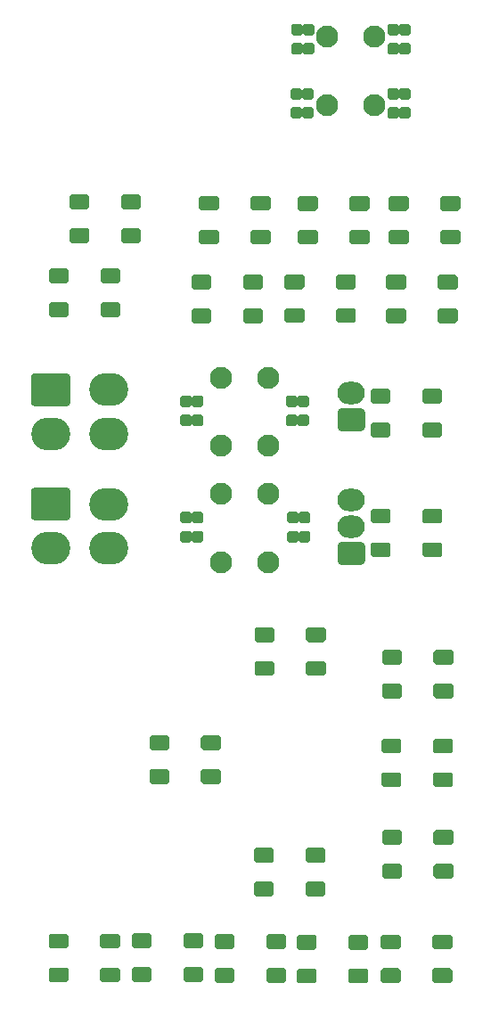
<source format=gbr>
G04 #@! TF.GenerationSoftware,KiCad,Pcbnew,(5.1.9)-1*
G04 #@! TF.CreationDate,2021-09-16T18:06:05-06:00*
G04 #@! TF.ProjectId,MasterModePushbuttonV2,4d617374-6572-44d6-9f64-655075736862,rev?*
G04 #@! TF.SameCoordinates,Original*
G04 #@! TF.FileFunction,Soldermask,Top*
G04 #@! TF.FilePolarity,Negative*
%FSLAX46Y46*%
G04 Gerber Fmt 4.6, Leading zero omitted, Abs format (unit mm)*
G04 Created by KiCad (PCBNEW (5.1.9)-1) date 2021-09-16 18:06:05*
%MOMM*%
%LPD*%
G01*
G04 APERTURE LIST*
%ADD10O,2.590000X2.140000*%
%ADD11C,2.100000*%
%ADD12O,3.700000X3.100000*%
G04 APERTURE END LIST*
G36*
G01*
X225786880Y-65569580D02*
X226486880Y-65569580D01*
G75*
G02*
X226686880Y-65769580I0J-200000D01*
G01*
X226686880Y-66469580D01*
G75*
G02*
X226486880Y-66669580I-200000J0D01*
G01*
X225786880Y-66669580D01*
G75*
G02*
X225586880Y-66469580I0J200000D01*
G01*
X225586880Y-65769580D01*
G75*
G02*
X225786880Y-65569580I200000J0D01*
G01*
G37*
G36*
G01*
X226886880Y-65569580D02*
X227586880Y-65569580D01*
G75*
G02*
X227786880Y-65769580I0J-200000D01*
G01*
X227786880Y-66469580D01*
G75*
G02*
X227586880Y-66669580I-200000J0D01*
G01*
X226886880Y-66669580D01*
G75*
G02*
X226686880Y-66469580I0J200000D01*
G01*
X226686880Y-65769580D01*
G75*
G02*
X226886880Y-65569580I200000J0D01*
G01*
G37*
G36*
G01*
X226886880Y-67399580D02*
X227586880Y-67399580D01*
G75*
G02*
X227786880Y-67599580I0J-200000D01*
G01*
X227786880Y-68299580D01*
G75*
G02*
X227586880Y-68499580I-200000J0D01*
G01*
X226886880Y-68499580D01*
G75*
G02*
X226686880Y-68299580I0J200000D01*
G01*
X226686880Y-67599580D01*
G75*
G02*
X226886880Y-67399580I200000J0D01*
G01*
G37*
G36*
G01*
X225786880Y-67399580D02*
X226486880Y-67399580D01*
G75*
G02*
X226686880Y-67599580I0J-200000D01*
G01*
X226686880Y-68299580D01*
G75*
G02*
X226486880Y-68499580I-200000J0D01*
G01*
X225786880Y-68499580D01*
G75*
G02*
X225586880Y-68299580I0J200000D01*
G01*
X225586880Y-67599580D01*
G75*
G02*
X225786880Y-67399580I200000J0D01*
G01*
G37*
G36*
G01*
X236794380Y-68499580D02*
X236094380Y-68499580D01*
G75*
G02*
X235894380Y-68299580I0J200000D01*
G01*
X235894380Y-67599580D01*
G75*
G02*
X236094380Y-67399580I200000J0D01*
G01*
X236794380Y-67399580D01*
G75*
G02*
X236994380Y-67599580I0J-200000D01*
G01*
X236994380Y-68299580D01*
G75*
G02*
X236794380Y-68499580I-200000J0D01*
G01*
G37*
G36*
G01*
X235694380Y-68499580D02*
X234994380Y-68499580D01*
G75*
G02*
X234794380Y-68299580I0J200000D01*
G01*
X234794380Y-67599580D01*
G75*
G02*
X234994380Y-67399580I200000J0D01*
G01*
X235694380Y-67399580D01*
G75*
G02*
X235894380Y-67599580I0J-200000D01*
G01*
X235894380Y-68299580D01*
G75*
G02*
X235694380Y-68499580I-200000J0D01*
G01*
G37*
G36*
G01*
X235694380Y-66669580D02*
X234994380Y-66669580D01*
G75*
G02*
X234794380Y-66469580I0J200000D01*
G01*
X234794380Y-65769580D01*
G75*
G02*
X234994380Y-65569580I200000J0D01*
G01*
X235694380Y-65569580D01*
G75*
G02*
X235894380Y-65769580I0J-200000D01*
G01*
X235894380Y-66469580D01*
G75*
G02*
X235694380Y-66669580I-200000J0D01*
G01*
G37*
G36*
G01*
X236794380Y-66669580D02*
X236094380Y-66669580D01*
G75*
G02*
X235894380Y-66469580I0J200000D01*
G01*
X235894380Y-65769580D01*
G75*
G02*
X236094380Y-65569580I200000J0D01*
G01*
X236794380Y-65569580D01*
G75*
G02*
X236994380Y-65769580I0J-200000D01*
G01*
X236994380Y-66469580D01*
G75*
G02*
X236794380Y-66669580I-200000J0D01*
G01*
G37*
G36*
G01*
X236794380Y-62403580D02*
X236094380Y-62403580D01*
G75*
G02*
X235894380Y-62203580I0J200000D01*
G01*
X235894380Y-61503580D01*
G75*
G02*
X236094380Y-61303580I200000J0D01*
G01*
X236794380Y-61303580D01*
G75*
G02*
X236994380Y-61503580I0J-200000D01*
G01*
X236994380Y-62203580D01*
G75*
G02*
X236794380Y-62403580I-200000J0D01*
G01*
G37*
G36*
G01*
X235694380Y-62403580D02*
X234994380Y-62403580D01*
G75*
G02*
X234794380Y-62203580I0J200000D01*
G01*
X234794380Y-61503580D01*
G75*
G02*
X234994380Y-61303580I200000J0D01*
G01*
X235694380Y-61303580D01*
G75*
G02*
X235894380Y-61503580I0J-200000D01*
G01*
X235894380Y-62203580D01*
G75*
G02*
X235694380Y-62403580I-200000J0D01*
G01*
G37*
G36*
G01*
X235694380Y-60573580D02*
X234994380Y-60573580D01*
G75*
G02*
X234794380Y-60373580I0J200000D01*
G01*
X234794380Y-59673580D01*
G75*
G02*
X234994380Y-59473580I200000J0D01*
G01*
X235694380Y-59473580D01*
G75*
G02*
X235894380Y-59673580I0J-200000D01*
G01*
X235894380Y-60373580D01*
G75*
G02*
X235694380Y-60573580I-200000J0D01*
G01*
G37*
G36*
G01*
X236794380Y-60573580D02*
X236094380Y-60573580D01*
G75*
G02*
X235894380Y-60373580I0J200000D01*
G01*
X235894380Y-59673580D01*
G75*
G02*
X236094380Y-59473580I200000J0D01*
G01*
X236794380Y-59473580D01*
G75*
G02*
X236994380Y-59673580I0J-200000D01*
G01*
X236994380Y-60373580D01*
G75*
G02*
X236794380Y-60573580I-200000J0D01*
G01*
G37*
G36*
G01*
X227650380Y-62403580D02*
X226950380Y-62403580D01*
G75*
G02*
X226750380Y-62203580I0J200000D01*
G01*
X226750380Y-61503580D01*
G75*
G02*
X226950380Y-61303580I200000J0D01*
G01*
X227650380Y-61303580D01*
G75*
G02*
X227850380Y-61503580I0J-200000D01*
G01*
X227850380Y-62203580D01*
G75*
G02*
X227650380Y-62403580I-200000J0D01*
G01*
G37*
G36*
G01*
X226550380Y-62403580D02*
X225850380Y-62403580D01*
G75*
G02*
X225650380Y-62203580I0J200000D01*
G01*
X225650380Y-61503580D01*
G75*
G02*
X225850380Y-61303580I200000J0D01*
G01*
X226550380Y-61303580D01*
G75*
G02*
X226750380Y-61503580I0J-200000D01*
G01*
X226750380Y-62203580D01*
G75*
G02*
X226550380Y-62403580I-200000J0D01*
G01*
G37*
G36*
G01*
X226550380Y-60573580D02*
X225850380Y-60573580D01*
G75*
G02*
X225650380Y-60373580I0J200000D01*
G01*
X225650380Y-59673580D01*
G75*
G02*
X225850380Y-59473580I200000J0D01*
G01*
X226550380Y-59473580D01*
G75*
G02*
X226750380Y-59673580I0J-200000D01*
G01*
X226750380Y-60373580D01*
G75*
G02*
X226550380Y-60573580I-200000J0D01*
G01*
G37*
G36*
G01*
X227650380Y-60573580D02*
X226950380Y-60573580D01*
G75*
G02*
X226750380Y-60373580I0J200000D01*
G01*
X226750380Y-59673580D01*
G75*
G02*
X226950380Y-59473580I200000J0D01*
G01*
X227650380Y-59473580D01*
G75*
G02*
X227850380Y-59673580I0J-200000D01*
G01*
X227850380Y-60373580D01*
G75*
G02*
X227650380Y-60573580I-200000J0D01*
G01*
G37*
G36*
G01*
X215309380Y-94779580D02*
X216009380Y-94779580D01*
G75*
G02*
X216209380Y-94979580I0J-200000D01*
G01*
X216209380Y-95679580D01*
G75*
G02*
X216009380Y-95879580I-200000J0D01*
G01*
X215309380Y-95879580D01*
G75*
G02*
X215109380Y-95679580I0J200000D01*
G01*
X215109380Y-94979580D01*
G75*
G02*
X215309380Y-94779580I200000J0D01*
G01*
G37*
G36*
G01*
X216409380Y-94779580D02*
X217109380Y-94779580D01*
G75*
G02*
X217309380Y-94979580I0J-200000D01*
G01*
X217309380Y-95679580D01*
G75*
G02*
X217109380Y-95879580I-200000J0D01*
G01*
X216409380Y-95879580D01*
G75*
G02*
X216209380Y-95679580I0J200000D01*
G01*
X216209380Y-94979580D01*
G75*
G02*
X216409380Y-94779580I200000J0D01*
G01*
G37*
G36*
G01*
X216409380Y-96609580D02*
X217109380Y-96609580D01*
G75*
G02*
X217309380Y-96809580I0J-200000D01*
G01*
X217309380Y-97509580D01*
G75*
G02*
X217109380Y-97709580I-200000J0D01*
G01*
X216409380Y-97709580D01*
G75*
G02*
X216209380Y-97509580I0J200000D01*
G01*
X216209380Y-96809580D01*
G75*
G02*
X216409380Y-96609580I200000J0D01*
G01*
G37*
G36*
G01*
X215309380Y-96609580D02*
X216009380Y-96609580D01*
G75*
G02*
X216209380Y-96809580I0J-200000D01*
G01*
X216209380Y-97509580D01*
G75*
G02*
X216009380Y-97709580I-200000J0D01*
G01*
X215309380Y-97709580D01*
G75*
G02*
X215109380Y-97509580I0J200000D01*
G01*
X215109380Y-96809580D01*
G75*
G02*
X215309380Y-96609580I200000J0D01*
G01*
G37*
G36*
G01*
X227142380Y-97709580D02*
X226442380Y-97709580D01*
G75*
G02*
X226242380Y-97509580I0J200000D01*
G01*
X226242380Y-96809580D01*
G75*
G02*
X226442380Y-96609580I200000J0D01*
G01*
X227142380Y-96609580D01*
G75*
G02*
X227342380Y-96809580I0J-200000D01*
G01*
X227342380Y-97509580D01*
G75*
G02*
X227142380Y-97709580I-200000J0D01*
G01*
G37*
G36*
G01*
X226042380Y-97709580D02*
X225342380Y-97709580D01*
G75*
G02*
X225142380Y-97509580I0J200000D01*
G01*
X225142380Y-96809580D01*
G75*
G02*
X225342380Y-96609580I200000J0D01*
G01*
X226042380Y-96609580D01*
G75*
G02*
X226242380Y-96809580I0J-200000D01*
G01*
X226242380Y-97509580D01*
G75*
G02*
X226042380Y-97709580I-200000J0D01*
G01*
G37*
G36*
G01*
X226042380Y-95879580D02*
X225342380Y-95879580D01*
G75*
G02*
X225142380Y-95679580I0J200000D01*
G01*
X225142380Y-94979580D01*
G75*
G02*
X225342380Y-94779580I200000J0D01*
G01*
X226042380Y-94779580D01*
G75*
G02*
X226242380Y-94979580I0J-200000D01*
G01*
X226242380Y-95679580D01*
G75*
G02*
X226042380Y-95879580I-200000J0D01*
G01*
G37*
G36*
G01*
X227142380Y-95879580D02*
X226442380Y-95879580D01*
G75*
G02*
X226242380Y-95679580I0J200000D01*
G01*
X226242380Y-94979580D01*
G75*
G02*
X226442380Y-94779580I200000J0D01*
G01*
X227142380Y-94779580D01*
G75*
G02*
X227342380Y-94979580I0J-200000D01*
G01*
X227342380Y-95679580D01*
G75*
G02*
X227142380Y-95879580I-200000J0D01*
G01*
G37*
G36*
G01*
X227269380Y-108758580D02*
X226569380Y-108758580D01*
G75*
G02*
X226369380Y-108558580I0J200000D01*
G01*
X226369380Y-107858580D01*
G75*
G02*
X226569380Y-107658580I200000J0D01*
G01*
X227269380Y-107658580D01*
G75*
G02*
X227469380Y-107858580I0J-200000D01*
G01*
X227469380Y-108558580D01*
G75*
G02*
X227269380Y-108758580I-200000J0D01*
G01*
G37*
G36*
G01*
X226169380Y-108758580D02*
X225469380Y-108758580D01*
G75*
G02*
X225269380Y-108558580I0J200000D01*
G01*
X225269380Y-107858580D01*
G75*
G02*
X225469380Y-107658580I200000J0D01*
G01*
X226169380Y-107658580D01*
G75*
G02*
X226369380Y-107858580I0J-200000D01*
G01*
X226369380Y-108558580D01*
G75*
G02*
X226169380Y-108758580I-200000J0D01*
G01*
G37*
G36*
G01*
X226169380Y-106928580D02*
X225469380Y-106928580D01*
G75*
G02*
X225269380Y-106728580I0J200000D01*
G01*
X225269380Y-106028580D01*
G75*
G02*
X225469380Y-105828580I200000J0D01*
G01*
X226169380Y-105828580D01*
G75*
G02*
X226369380Y-106028580I0J-200000D01*
G01*
X226369380Y-106728580D01*
G75*
G02*
X226169380Y-106928580I-200000J0D01*
G01*
G37*
G36*
G01*
X227269380Y-106928580D02*
X226569380Y-106928580D01*
G75*
G02*
X226369380Y-106728580I0J200000D01*
G01*
X226369380Y-106028580D01*
G75*
G02*
X226569380Y-105828580I200000J0D01*
G01*
X227269380Y-105828580D01*
G75*
G02*
X227469380Y-106028580I0J-200000D01*
G01*
X227469380Y-106728580D01*
G75*
G02*
X227269380Y-106928580I-200000J0D01*
G01*
G37*
G36*
G01*
X217109380Y-108758580D02*
X216409380Y-108758580D01*
G75*
G02*
X216209380Y-108558580I0J200000D01*
G01*
X216209380Y-107858580D01*
G75*
G02*
X216409380Y-107658580I200000J0D01*
G01*
X217109380Y-107658580D01*
G75*
G02*
X217309380Y-107858580I0J-200000D01*
G01*
X217309380Y-108558580D01*
G75*
G02*
X217109380Y-108758580I-200000J0D01*
G01*
G37*
G36*
G01*
X216009380Y-108758580D02*
X215309380Y-108758580D01*
G75*
G02*
X215109380Y-108558580I0J200000D01*
G01*
X215109380Y-107858580D01*
G75*
G02*
X215309380Y-107658580I200000J0D01*
G01*
X216009380Y-107658580D01*
G75*
G02*
X216209380Y-107858580I0J-200000D01*
G01*
X216209380Y-108558580D01*
G75*
G02*
X216009380Y-108758580I-200000J0D01*
G01*
G37*
G36*
G01*
X216009380Y-106928580D02*
X215309380Y-106928580D01*
G75*
G02*
X215109380Y-106728580I0J200000D01*
G01*
X215109380Y-106028580D01*
G75*
G02*
X215309380Y-105828580I200000J0D01*
G01*
X216009380Y-105828580D01*
G75*
G02*
X216209380Y-106028580I0J-200000D01*
G01*
X216209380Y-106728580D01*
G75*
G02*
X216009380Y-106928580I-200000J0D01*
G01*
G37*
G36*
G01*
X217109380Y-106928580D02*
X216409380Y-106928580D01*
G75*
G02*
X216209380Y-106728580I0J200000D01*
G01*
X216209380Y-106028580D01*
G75*
G02*
X216409380Y-105828580I200000J0D01*
G01*
X217109380Y-105828580D01*
G75*
G02*
X217309380Y-106028580I0J-200000D01*
G01*
X217309380Y-106728580D01*
G75*
G02*
X217109380Y-106928580I-200000J0D01*
G01*
G37*
D10*
X231360480Y-104715480D03*
X231360480Y-107255480D03*
G36*
G01*
X232348010Y-110865480D02*
X230372950Y-110865480D01*
G75*
G02*
X230065480Y-110558010I0J307470D01*
G01*
X230065480Y-109032950D01*
G75*
G02*
X230372950Y-108725480I307470J0D01*
G01*
X232348010Y-108725480D01*
G75*
G02*
X232655480Y-109032950I0J-307470D01*
G01*
X232655480Y-110558010D01*
G75*
G02*
X232348010Y-110865480I-307470J0D01*
G01*
G37*
D11*
X223448380Y-104118580D03*
X223448380Y-110618580D03*
X218948380Y-104118580D03*
X218948380Y-110618580D03*
X223448380Y-93069580D03*
X223448380Y-99569580D03*
X218948380Y-93069580D03*
X218948380Y-99569580D03*
X229036380Y-67161580D03*
X229036380Y-60661580D03*
X233536380Y-67161580D03*
X233536380Y-60661580D03*
D10*
X231360480Y-94555480D03*
G36*
G01*
X232348010Y-98165480D02*
X230372950Y-98165480D01*
G75*
G02*
X230065480Y-97858010I0J307470D01*
G01*
X230065480Y-96332950D01*
G75*
G02*
X230372950Y-96025480I307470J0D01*
G01*
X232348010Y-96025480D01*
G75*
G02*
X232655480Y-96332950I0J-307470D01*
G01*
X232655480Y-97858010D01*
G75*
G02*
X232348010Y-98165480I-307470J0D01*
G01*
G37*
D12*
X208296000Y-98447500D03*
X208296000Y-94247500D03*
X202796000Y-98447500D03*
G36*
G01*
X201234300Y-92697500D02*
X204357700Y-92697500D01*
G75*
G02*
X204646000Y-92985800I0J-288300D01*
G01*
X204646000Y-95509200D01*
G75*
G02*
X204357700Y-95797500I-288300J0D01*
G01*
X201234300Y-95797500D01*
G75*
G02*
X200946000Y-95509200I0J288300D01*
G01*
X200946000Y-92985800D01*
G75*
G02*
X201234300Y-92697500I288300J0D01*
G01*
G37*
X208296000Y-109297000D03*
X208296000Y-105097000D03*
X202796000Y-109297000D03*
G36*
G01*
X201234300Y-103547000D02*
X204357700Y-103547000D01*
G75*
G02*
X204646000Y-103835300I0J-288300D01*
G01*
X204646000Y-106358700D01*
G75*
G02*
X204357700Y-106647000I-288300J0D01*
G01*
X201234300Y-106647000D01*
G75*
G02*
X200946000Y-106358700I0J288300D01*
G01*
X200946000Y-103835300D01*
G75*
G02*
X201234300Y-103547000I288300J0D01*
G01*
G37*
G36*
G01*
X234158000Y-147202000D02*
X234158000Y-146202000D01*
G75*
G02*
X234358000Y-146002000I200000J0D01*
G01*
X235858000Y-146002000D01*
G75*
G02*
X236058000Y-146202000I0J-200000D01*
G01*
X236058000Y-147202000D01*
G75*
G02*
X235858000Y-147402000I-200000J0D01*
G01*
X234358000Y-147402000D01*
G75*
G02*
X234158000Y-147202000I0J200000D01*
G01*
G37*
G36*
G01*
X234158000Y-150402000D02*
X234158000Y-149402000D01*
G75*
G02*
X234358000Y-149202000I200000J0D01*
G01*
X235858000Y-149202000D01*
G75*
G02*
X236058000Y-149402000I0J-200000D01*
G01*
X236058000Y-150402000D01*
G75*
G02*
X235858000Y-150602000I-200000J0D01*
G01*
X234358000Y-150602000D01*
G75*
G02*
X234158000Y-150402000I0J200000D01*
G01*
G37*
G36*
G01*
X239058000Y-147202000D02*
X239058000Y-146202000D01*
G75*
G02*
X239258000Y-146002000I200000J0D01*
G01*
X240758000Y-146002000D01*
G75*
G02*
X240958000Y-146202000I0J-200000D01*
G01*
X240958000Y-147202000D01*
G75*
G02*
X240758000Y-147402000I-200000J0D01*
G01*
X239258000Y-147402000D01*
G75*
G02*
X239058000Y-147202000I0J200000D01*
G01*
G37*
G36*
G01*
X239058000Y-150402000D02*
X239058000Y-149402000D01*
G75*
G02*
X239258000Y-149202000I200000J0D01*
G01*
X240758000Y-149202000D01*
G75*
G02*
X240958000Y-149402000I0J-200000D01*
G01*
X240958000Y-150402000D01*
G75*
G02*
X240758000Y-150602000I-200000J0D01*
G01*
X239258000Y-150602000D01*
G75*
G02*
X239058000Y-150402000I0J200000D01*
G01*
G37*
G36*
G01*
X226171000Y-147227000D02*
X226171000Y-146227000D01*
G75*
G02*
X226371000Y-146027000I200000J0D01*
G01*
X227871000Y-146027000D01*
G75*
G02*
X228071000Y-146227000I0J-200000D01*
G01*
X228071000Y-147227000D01*
G75*
G02*
X227871000Y-147427000I-200000J0D01*
G01*
X226371000Y-147427000D01*
G75*
G02*
X226171000Y-147227000I0J200000D01*
G01*
G37*
G36*
G01*
X226171000Y-150427000D02*
X226171000Y-149427000D01*
G75*
G02*
X226371000Y-149227000I200000J0D01*
G01*
X227871000Y-149227000D01*
G75*
G02*
X228071000Y-149427000I0J-200000D01*
G01*
X228071000Y-150427000D01*
G75*
G02*
X227871000Y-150627000I-200000J0D01*
G01*
X226371000Y-150627000D01*
G75*
G02*
X226171000Y-150427000I0J200000D01*
G01*
G37*
G36*
G01*
X231071000Y-147227000D02*
X231071000Y-146227000D01*
G75*
G02*
X231271000Y-146027000I200000J0D01*
G01*
X232771000Y-146027000D01*
G75*
G02*
X232971000Y-146227000I0J-200000D01*
G01*
X232971000Y-147227000D01*
G75*
G02*
X232771000Y-147427000I-200000J0D01*
G01*
X231271000Y-147427000D01*
G75*
G02*
X231071000Y-147227000I0J200000D01*
G01*
G37*
G36*
G01*
X231071000Y-150427000D02*
X231071000Y-149427000D01*
G75*
G02*
X231271000Y-149227000I200000J0D01*
G01*
X232771000Y-149227000D01*
G75*
G02*
X232971000Y-149427000I0J-200000D01*
G01*
X232971000Y-150427000D01*
G75*
G02*
X232771000Y-150627000I-200000J0D01*
G01*
X231271000Y-150627000D01*
G75*
G02*
X231071000Y-150427000I0J200000D01*
G01*
G37*
G36*
G01*
X218371000Y-147176000D02*
X218371000Y-146176000D01*
G75*
G02*
X218571000Y-145976000I200000J0D01*
G01*
X220071000Y-145976000D01*
G75*
G02*
X220271000Y-146176000I0J-200000D01*
G01*
X220271000Y-147176000D01*
G75*
G02*
X220071000Y-147376000I-200000J0D01*
G01*
X218571000Y-147376000D01*
G75*
G02*
X218371000Y-147176000I0J200000D01*
G01*
G37*
G36*
G01*
X218371000Y-150376000D02*
X218371000Y-149376000D01*
G75*
G02*
X218571000Y-149176000I200000J0D01*
G01*
X220071000Y-149176000D01*
G75*
G02*
X220271000Y-149376000I0J-200000D01*
G01*
X220271000Y-150376000D01*
G75*
G02*
X220071000Y-150576000I-200000J0D01*
G01*
X218571000Y-150576000D01*
G75*
G02*
X218371000Y-150376000I0J200000D01*
G01*
G37*
G36*
G01*
X223271000Y-147176000D02*
X223271000Y-146176000D01*
G75*
G02*
X223471000Y-145976000I200000J0D01*
G01*
X224971000Y-145976000D01*
G75*
G02*
X225171000Y-146176000I0J-200000D01*
G01*
X225171000Y-147176000D01*
G75*
G02*
X224971000Y-147376000I-200000J0D01*
G01*
X223471000Y-147376000D01*
G75*
G02*
X223271000Y-147176000I0J200000D01*
G01*
G37*
G36*
G01*
X223271000Y-150376000D02*
X223271000Y-149376000D01*
G75*
G02*
X223471000Y-149176000I200000J0D01*
G01*
X224971000Y-149176000D01*
G75*
G02*
X225171000Y-149376000I0J-200000D01*
G01*
X225171000Y-150376000D01*
G75*
G02*
X224971000Y-150576000I-200000J0D01*
G01*
X223471000Y-150576000D01*
G75*
G02*
X223271000Y-150376000I0J200000D01*
G01*
G37*
G36*
G01*
X210497000Y-147075000D02*
X210497000Y-146075000D01*
G75*
G02*
X210697000Y-145875000I200000J0D01*
G01*
X212197000Y-145875000D01*
G75*
G02*
X212397000Y-146075000I0J-200000D01*
G01*
X212397000Y-147075000D01*
G75*
G02*
X212197000Y-147275000I-200000J0D01*
G01*
X210697000Y-147275000D01*
G75*
G02*
X210497000Y-147075000I0J200000D01*
G01*
G37*
G36*
G01*
X210497000Y-150275000D02*
X210497000Y-149275000D01*
G75*
G02*
X210697000Y-149075000I200000J0D01*
G01*
X212197000Y-149075000D01*
G75*
G02*
X212397000Y-149275000I0J-200000D01*
G01*
X212397000Y-150275000D01*
G75*
G02*
X212197000Y-150475000I-200000J0D01*
G01*
X210697000Y-150475000D01*
G75*
G02*
X210497000Y-150275000I0J200000D01*
G01*
G37*
G36*
G01*
X215397000Y-147075000D02*
X215397000Y-146075000D01*
G75*
G02*
X215597000Y-145875000I200000J0D01*
G01*
X217097000Y-145875000D01*
G75*
G02*
X217297000Y-146075000I0J-200000D01*
G01*
X217297000Y-147075000D01*
G75*
G02*
X217097000Y-147275000I-200000J0D01*
G01*
X215597000Y-147275000D01*
G75*
G02*
X215397000Y-147075000I0J200000D01*
G01*
G37*
G36*
G01*
X215397000Y-150275000D02*
X215397000Y-149275000D01*
G75*
G02*
X215597000Y-149075000I200000J0D01*
G01*
X217097000Y-149075000D01*
G75*
G02*
X217297000Y-149275000I0J-200000D01*
G01*
X217297000Y-150275000D01*
G75*
G02*
X217097000Y-150475000I-200000J0D01*
G01*
X215597000Y-150475000D01*
G75*
G02*
X215397000Y-150275000I0J200000D01*
G01*
G37*
G36*
G01*
X202600000Y-147125000D02*
X202600000Y-146125000D01*
G75*
G02*
X202800000Y-145925000I200000J0D01*
G01*
X204300000Y-145925000D01*
G75*
G02*
X204500000Y-146125000I0J-200000D01*
G01*
X204500000Y-147125000D01*
G75*
G02*
X204300000Y-147325000I-200000J0D01*
G01*
X202800000Y-147325000D01*
G75*
G02*
X202600000Y-147125000I0J200000D01*
G01*
G37*
G36*
G01*
X202600000Y-150325000D02*
X202600000Y-149325000D01*
G75*
G02*
X202800000Y-149125000I200000J0D01*
G01*
X204300000Y-149125000D01*
G75*
G02*
X204500000Y-149325000I0J-200000D01*
G01*
X204500000Y-150325000D01*
G75*
G02*
X204300000Y-150525000I-200000J0D01*
G01*
X202800000Y-150525000D01*
G75*
G02*
X202600000Y-150325000I0J200000D01*
G01*
G37*
G36*
G01*
X207500000Y-147125000D02*
X207500000Y-146125000D01*
G75*
G02*
X207700000Y-145925000I200000J0D01*
G01*
X209200000Y-145925000D01*
G75*
G02*
X209400000Y-146125000I0J-200000D01*
G01*
X209400000Y-147125000D01*
G75*
G02*
X209200000Y-147325000I-200000J0D01*
G01*
X207700000Y-147325000D01*
G75*
G02*
X207500000Y-147125000I0J200000D01*
G01*
G37*
G36*
G01*
X207500000Y-150325000D02*
X207500000Y-149325000D01*
G75*
G02*
X207700000Y-149125000I200000J0D01*
G01*
X209200000Y-149125000D01*
G75*
G02*
X209400000Y-149325000I0J-200000D01*
G01*
X209400000Y-150325000D01*
G75*
G02*
X209200000Y-150525000I-200000J0D01*
G01*
X207700000Y-150525000D01*
G75*
G02*
X207500000Y-150325000I0J200000D01*
G01*
G37*
G36*
G01*
X222118000Y-138972000D02*
X222118000Y-137972000D01*
G75*
G02*
X222318000Y-137772000I200000J0D01*
G01*
X223818000Y-137772000D01*
G75*
G02*
X224018000Y-137972000I0J-200000D01*
G01*
X224018000Y-138972000D01*
G75*
G02*
X223818000Y-139172000I-200000J0D01*
G01*
X222318000Y-139172000D01*
G75*
G02*
X222118000Y-138972000I0J200000D01*
G01*
G37*
G36*
G01*
X222118000Y-142172000D02*
X222118000Y-141172000D01*
G75*
G02*
X222318000Y-140972000I200000J0D01*
G01*
X223818000Y-140972000D01*
G75*
G02*
X224018000Y-141172000I0J-200000D01*
G01*
X224018000Y-142172000D01*
G75*
G02*
X223818000Y-142372000I-200000J0D01*
G01*
X222318000Y-142372000D01*
G75*
G02*
X222118000Y-142172000I0J200000D01*
G01*
G37*
G36*
G01*
X227018000Y-138972000D02*
X227018000Y-137972000D01*
G75*
G02*
X227218000Y-137772000I200000J0D01*
G01*
X228718000Y-137772000D01*
G75*
G02*
X228918000Y-137972000I0J-200000D01*
G01*
X228918000Y-138972000D01*
G75*
G02*
X228718000Y-139172000I-200000J0D01*
G01*
X227218000Y-139172000D01*
G75*
G02*
X227018000Y-138972000I0J200000D01*
G01*
G37*
G36*
G01*
X227018000Y-142172000D02*
X227018000Y-141172000D01*
G75*
G02*
X227218000Y-140972000I200000J0D01*
G01*
X228718000Y-140972000D01*
G75*
G02*
X228918000Y-141172000I0J-200000D01*
G01*
X228918000Y-142172000D01*
G75*
G02*
X228718000Y-142372000I-200000J0D01*
G01*
X227218000Y-142372000D01*
G75*
G02*
X227018000Y-142172000I0J200000D01*
G01*
G37*
G36*
G01*
X234271000Y-137270000D02*
X234271000Y-136270000D01*
G75*
G02*
X234471000Y-136070000I200000J0D01*
G01*
X235971000Y-136070000D01*
G75*
G02*
X236171000Y-136270000I0J-200000D01*
G01*
X236171000Y-137270000D01*
G75*
G02*
X235971000Y-137470000I-200000J0D01*
G01*
X234471000Y-137470000D01*
G75*
G02*
X234271000Y-137270000I0J200000D01*
G01*
G37*
G36*
G01*
X234271000Y-140470000D02*
X234271000Y-139470000D01*
G75*
G02*
X234471000Y-139270000I200000J0D01*
G01*
X235971000Y-139270000D01*
G75*
G02*
X236171000Y-139470000I0J-200000D01*
G01*
X236171000Y-140470000D01*
G75*
G02*
X235971000Y-140670000I-200000J0D01*
G01*
X234471000Y-140670000D01*
G75*
G02*
X234271000Y-140470000I0J200000D01*
G01*
G37*
G36*
G01*
X239171000Y-137270000D02*
X239171000Y-136270000D01*
G75*
G02*
X239371000Y-136070000I200000J0D01*
G01*
X240871000Y-136070000D01*
G75*
G02*
X241071000Y-136270000I0J-200000D01*
G01*
X241071000Y-137270000D01*
G75*
G02*
X240871000Y-137470000I-200000J0D01*
G01*
X239371000Y-137470000D01*
G75*
G02*
X239171000Y-137270000I0J200000D01*
G01*
G37*
G36*
G01*
X239171000Y-140470000D02*
X239171000Y-139470000D01*
G75*
G02*
X239371000Y-139270000I200000J0D01*
G01*
X240871000Y-139270000D01*
G75*
G02*
X241071000Y-139470000I0J-200000D01*
G01*
X241071000Y-140470000D01*
G75*
G02*
X240871000Y-140670000I-200000J0D01*
G01*
X239371000Y-140670000D01*
G75*
G02*
X239171000Y-140470000I0J200000D01*
G01*
G37*
G36*
G01*
X234220000Y-128583000D02*
X234220000Y-127583000D01*
G75*
G02*
X234420000Y-127383000I200000J0D01*
G01*
X235920000Y-127383000D01*
G75*
G02*
X236120000Y-127583000I0J-200000D01*
G01*
X236120000Y-128583000D01*
G75*
G02*
X235920000Y-128783000I-200000J0D01*
G01*
X234420000Y-128783000D01*
G75*
G02*
X234220000Y-128583000I0J200000D01*
G01*
G37*
G36*
G01*
X234220000Y-131783000D02*
X234220000Y-130783000D01*
G75*
G02*
X234420000Y-130583000I200000J0D01*
G01*
X235920000Y-130583000D01*
G75*
G02*
X236120000Y-130783000I0J-200000D01*
G01*
X236120000Y-131783000D01*
G75*
G02*
X235920000Y-131983000I-200000J0D01*
G01*
X234420000Y-131983000D01*
G75*
G02*
X234220000Y-131783000I0J200000D01*
G01*
G37*
G36*
G01*
X239120000Y-128583000D02*
X239120000Y-127583000D01*
G75*
G02*
X239320000Y-127383000I200000J0D01*
G01*
X240820000Y-127383000D01*
G75*
G02*
X241020000Y-127583000I0J-200000D01*
G01*
X241020000Y-128583000D01*
G75*
G02*
X240820000Y-128783000I-200000J0D01*
G01*
X239320000Y-128783000D01*
G75*
G02*
X239120000Y-128583000I0J200000D01*
G01*
G37*
G36*
G01*
X239120000Y-131783000D02*
X239120000Y-130783000D01*
G75*
G02*
X239320000Y-130583000I200000J0D01*
G01*
X240820000Y-130583000D01*
G75*
G02*
X241020000Y-130783000I0J-200000D01*
G01*
X241020000Y-131783000D01*
G75*
G02*
X240820000Y-131983000I-200000J0D01*
G01*
X239320000Y-131983000D01*
G75*
G02*
X239120000Y-131783000I0J200000D01*
G01*
G37*
G36*
G01*
X212173000Y-128279000D02*
X212173000Y-127279000D01*
G75*
G02*
X212373000Y-127079000I200000J0D01*
G01*
X213873000Y-127079000D01*
G75*
G02*
X214073000Y-127279000I0J-200000D01*
G01*
X214073000Y-128279000D01*
G75*
G02*
X213873000Y-128479000I-200000J0D01*
G01*
X212373000Y-128479000D01*
G75*
G02*
X212173000Y-128279000I0J200000D01*
G01*
G37*
G36*
G01*
X212173000Y-131479000D02*
X212173000Y-130479000D01*
G75*
G02*
X212373000Y-130279000I200000J0D01*
G01*
X213873000Y-130279000D01*
G75*
G02*
X214073000Y-130479000I0J-200000D01*
G01*
X214073000Y-131479000D01*
G75*
G02*
X213873000Y-131679000I-200000J0D01*
G01*
X212373000Y-131679000D01*
G75*
G02*
X212173000Y-131479000I0J200000D01*
G01*
G37*
G36*
G01*
X217073000Y-128279000D02*
X217073000Y-127279000D01*
G75*
G02*
X217273000Y-127079000I200000J0D01*
G01*
X218773000Y-127079000D01*
G75*
G02*
X218973000Y-127279000I0J-200000D01*
G01*
X218973000Y-128279000D01*
G75*
G02*
X218773000Y-128479000I-200000J0D01*
G01*
X217273000Y-128479000D01*
G75*
G02*
X217073000Y-128279000I0J200000D01*
G01*
G37*
G36*
G01*
X217073000Y-131479000D02*
X217073000Y-130479000D01*
G75*
G02*
X217273000Y-130279000I200000J0D01*
G01*
X218773000Y-130279000D01*
G75*
G02*
X218973000Y-130479000I0J-200000D01*
G01*
X218973000Y-131479000D01*
G75*
G02*
X218773000Y-131679000I-200000J0D01*
G01*
X217273000Y-131679000D01*
G75*
G02*
X217073000Y-131479000I0J200000D01*
G01*
G37*
G36*
G01*
X234271000Y-120151000D02*
X234271000Y-119151000D01*
G75*
G02*
X234471000Y-118951000I200000J0D01*
G01*
X235971000Y-118951000D01*
G75*
G02*
X236171000Y-119151000I0J-200000D01*
G01*
X236171000Y-120151000D01*
G75*
G02*
X235971000Y-120351000I-200000J0D01*
G01*
X234471000Y-120351000D01*
G75*
G02*
X234271000Y-120151000I0J200000D01*
G01*
G37*
G36*
G01*
X234271000Y-123351000D02*
X234271000Y-122351000D01*
G75*
G02*
X234471000Y-122151000I200000J0D01*
G01*
X235971000Y-122151000D01*
G75*
G02*
X236171000Y-122351000I0J-200000D01*
G01*
X236171000Y-123351000D01*
G75*
G02*
X235971000Y-123551000I-200000J0D01*
G01*
X234471000Y-123551000D01*
G75*
G02*
X234271000Y-123351000I0J200000D01*
G01*
G37*
G36*
G01*
X239171000Y-120151000D02*
X239171000Y-119151000D01*
G75*
G02*
X239371000Y-118951000I200000J0D01*
G01*
X240871000Y-118951000D01*
G75*
G02*
X241071000Y-119151000I0J-200000D01*
G01*
X241071000Y-120151000D01*
G75*
G02*
X240871000Y-120351000I-200000J0D01*
G01*
X239371000Y-120351000D01*
G75*
G02*
X239171000Y-120151000I0J200000D01*
G01*
G37*
G36*
G01*
X239171000Y-123351000D02*
X239171000Y-122351000D01*
G75*
G02*
X239371000Y-122151000I200000J0D01*
G01*
X240871000Y-122151000D01*
G75*
G02*
X241071000Y-122351000I0J-200000D01*
G01*
X241071000Y-123351000D01*
G75*
G02*
X240871000Y-123551000I-200000J0D01*
G01*
X239371000Y-123551000D01*
G75*
G02*
X239171000Y-123351000I0J200000D01*
G01*
G37*
G36*
G01*
X222158000Y-118017000D02*
X222158000Y-117017000D01*
G75*
G02*
X222358000Y-116817000I200000J0D01*
G01*
X223858000Y-116817000D01*
G75*
G02*
X224058000Y-117017000I0J-200000D01*
G01*
X224058000Y-118017000D01*
G75*
G02*
X223858000Y-118217000I-200000J0D01*
G01*
X222358000Y-118217000D01*
G75*
G02*
X222158000Y-118017000I0J200000D01*
G01*
G37*
G36*
G01*
X222158000Y-121217000D02*
X222158000Y-120217000D01*
G75*
G02*
X222358000Y-120017000I200000J0D01*
G01*
X223858000Y-120017000D01*
G75*
G02*
X224058000Y-120217000I0J-200000D01*
G01*
X224058000Y-121217000D01*
G75*
G02*
X223858000Y-121417000I-200000J0D01*
G01*
X222358000Y-121417000D01*
G75*
G02*
X222158000Y-121217000I0J200000D01*
G01*
G37*
G36*
G01*
X227058000Y-118017000D02*
X227058000Y-117017000D01*
G75*
G02*
X227258000Y-116817000I200000J0D01*
G01*
X228758000Y-116817000D01*
G75*
G02*
X228958000Y-117017000I0J-200000D01*
G01*
X228958000Y-118017000D01*
G75*
G02*
X228758000Y-118217000I-200000J0D01*
G01*
X227258000Y-118217000D01*
G75*
G02*
X227058000Y-118017000I0J200000D01*
G01*
G37*
G36*
G01*
X227058000Y-121217000D02*
X227058000Y-120217000D01*
G75*
G02*
X227258000Y-120017000I200000J0D01*
G01*
X228758000Y-120017000D01*
G75*
G02*
X228958000Y-120217000I0J-200000D01*
G01*
X228958000Y-121217000D01*
G75*
G02*
X228758000Y-121417000I-200000J0D01*
G01*
X227258000Y-121417000D01*
G75*
G02*
X227058000Y-121217000I0J200000D01*
G01*
G37*
G36*
G01*
X233204000Y-106739000D02*
X233204000Y-105739000D01*
G75*
G02*
X233404000Y-105539000I200000J0D01*
G01*
X234904000Y-105539000D01*
G75*
G02*
X235104000Y-105739000I0J-200000D01*
G01*
X235104000Y-106739000D01*
G75*
G02*
X234904000Y-106939000I-200000J0D01*
G01*
X233404000Y-106939000D01*
G75*
G02*
X233204000Y-106739000I0J200000D01*
G01*
G37*
G36*
G01*
X233204000Y-109939000D02*
X233204000Y-108939000D01*
G75*
G02*
X233404000Y-108739000I200000J0D01*
G01*
X234904000Y-108739000D01*
G75*
G02*
X235104000Y-108939000I0J-200000D01*
G01*
X235104000Y-109939000D01*
G75*
G02*
X234904000Y-110139000I-200000J0D01*
G01*
X233404000Y-110139000D01*
G75*
G02*
X233204000Y-109939000I0J200000D01*
G01*
G37*
G36*
G01*
X238104000Y-106739000D02*
X238104000Y-105739000D01*
G75*
G02*
X238304000Y-105539000I200000J0D01*
G01*
X239804000Y-105539000D01*
G75*
G02*
X240004000Y-105739000I0J-200000D01*
G01*
X240004000Y-106739000D01*
G75*
G02*
X239804000Y-106939000I-200000J0D01*
G01*
X238304000Y-106939000D01*
G75*
G02*
X238104000Y-106739000I0J200000D01*
G01*
G37*
G36*
G01*
X238104000Y-109939000D02*
X238104000Y-108939000D01*
G75*
G02*
X238304000Y-108739000I200000J0D01*
G01*
X239804000Y-108739000D01*
G75*
G02*
X240004000Y-108939000I0J-200000D01*
G01*
X240004000Y-109939000D01*
G75*
G02*
X239804000Y-110139000I-200000J0D01*
G01*
X238304000Y-110139000D01*
G75*
G02*
X238104000Y-109939000I0J200000D01*
G01*
G37*
G36*
G01*
X233204000Y-95360300D02*
X233204000Y-94360300D01*
G75*
G02*
X233404000Y-94160300I200000J0D01*
G01*
X234904000Y-94160300D01*
G75*
G02*
X235104000Y-94360300I0J-200000D01*
G01*
X235104000Y-95360300D01*
G75*
G02*
X234904000Y-95560300I-200000J0D01*
G01*
X233404000Y-95560300D01*
G75*
G02*
X233204000Y-95360300I0J200000D01*
G01*
G37*
G36*
G01*
X233204000Y-98560300D02*
X233204000Y-97560300D01*
G75*
G02*
X233404000Y-97360300I200000J0D01*
G01*
X234904000Y-97360300D01*
G75*
G02*
X235104000Y-97560300I0J-200000D01*
G01*
X235104000Y-98560300D01*
G75*
G02*
X234904000Y-98760300I-200000J0D01*
G01*
X233404000Y-98760300D01*
G75*
G02*
X233204000Y-98560300I0J200000D01*
G01*
G37*
G36*
G01*
X238104000Y-95360300D02*
X238104000Y-94360300D01*
G75*
G02*
X238304000Y-94160300I200000J0D01*
G01*
X239804000Y-94160300D01*
G75*
G02*
X240004000Y-94360300I0J-200000D01*
G01*
X240004000Y-95360300D01*
G75*
G02*
X239804000Y-95560300I-200000J0D01*
G01*
X238304000Y-95560300D01*
G75*
G02*
X238104000Y-95360300I0J200000D01*
G01*
G37*
G36*
G01*
X238104000Y-98560300D02*
X238104000Y-97560300D01*
G75*
G02*
X238304000Y-97360300I200000J0D01*
G01*
X239804000Y-97360300D01*
G75*
G02*
X240004000Y-97560300I0J-200000D01*
G01*
X240004000Y-98560300D01*
G75*
G02*
X239804000Y-98760300I-200000J0D01*
G01*
X238304000Y-98760300D01*
G75*
G02*
X238104000Y-98560300I0J200000D01*
G01*
G37*
G36*
G01*
X234666000Y-84514700D02*
X234666000Y-83514700D01*
G75*
G02*
X234866000Y-83314700I200000J0D01*
G01*
X236366000Y-83314700D01*
G75*
G02*
X236566000Y-83514700I0J-200000D01*
G01*
X236566000Y-84514700D01*
G75*
G02*
X236366000Y-84714700I-200000J0D01*
G01*
X234866000Y-84714700D01*
G75*
G02*
X234666000Y-84514700I0J200000D01*
G01*
G37*
G36*
G01*
X234666000Y-87714700D02*
X234666000Y-86714700D01*
G75*
G02*
X234866000Y-86514700I200000J0D01*
G01*
X236366000Y-86514700D01*
G75*
G02*
X236566000Y-86714700I0J-200000D01*
G01*
X236566000Y-87714700D01*
G75*
G02*
X236366000Y-87914700I-200000J0D01*
G01*
X234866000Y-87914700D01*
G75*
G02*
X234666000Y-87714700I0J200000D01*
G01*
G37*
G36*
G01*
X239566000Y-84514700D02*
X239566000Y-83514700D01*
G75*
G02*
X239766000Y-83314700I200000J0D01*
G01*
X241266000Y-83314700D01*
G75*
G02*
X241466000Y-83514700I0J-200000D01*
G01*
X241466000Y-84514700D01*
G75*
G02*
X241266000Y-84714700I-200000J0D01*
G01*
X239766000Y-84714700D01*
G75*
G02*
X239566000Y-84514700I0J200000D01*
G01*
G37*
G36*
G01*
X239566000Y-87714700D02*
X239566000Y-86714700D01*
G75*
G02*
X239766000Y-86514700I200000J0D01*
G01*
X241266000Y-86514700D01*
G75*
G02*
X241466000Y-86714700I0J-200000D01*
G01*
X241466000Y-87714700D01*
G75*
G02*
X241266000Y-87914700I-200000J0D01*
G01*
X239766000Y-87914700D01*
G75*
G02*
X239566000Y-87714700I0J200000D01*
G01*
G37*
G36*
G01*
X225002000Y-84489100D02*
X225002000Y-83489100D01*
G75*
G02*
X225202000Y-83289100I200000J0D01*
G01*
X226702000Y-83289100D01*
G75*
G02*
X226902000Y-83489100I0J-200000D01*
G01*
X226902000Y-84489100D01*
G75*
G02*
X226702000Y-84689100I-200000J0D01*
G01*
X225202000Y-84689100D01*
G75*
G02*
X225002000Y-84489100I0J200000D01*
G01*
G37*
G36*
G01*
X225002000Y-87689100D02*
X225002000Y-86689100D01*
G75*
G02*
X225202000Y-86489100I200000J0D01*
G01*
X226702000Y-86489100D01*
G75*
G02*
X226902000Y-86689100I0J-200000D01*
G01*
X226902000Y-87689100D01*
G75*
G02*
X226702000Y-87889100I-200000J0D01*
G01*
X225202000Y-87889100D01*
G75*
G02*
X225002000Y-87689100I0J200000D01*
G01*
G37*
G36*
G01*
X229902000Y-84489100D02*
X229902000Y-83489100D01*
G75*
G02*
X230102000Y-83289100I200000J0D01*
G01*
X231602000Y-83289100D01*
G75*
G02*
X231802000Y-83489100I0J-200000D01*
G01*
X231802000Y-84489100D01*
G75*
G02*
X231602000Y-84689100I-200000J0D01*
G01*
X230102000Y-84689100D01*
G75*
G02*
X229902000Y-84489100I0J200000D01*
G01*
G37*
G36*
G01*
X229902000Y-87689100D02*
X229902000Y-86689100D01*
G75*
G02*
X230102000Y-86489100I200000J0D01*
G01*
X231602000Y-86489100D01*
G75*
G02*
X231802000Y-86689100I0J-200000D01*
G01*
X231802000Y-87689100D01*
G75*
G02*
X231602000Y-87889100I-200000J0D01*
G01*
X230102000Y-87889100D01*
G75*
G02*
X229902000Y-87689100I0J200000D01*
G01*
G37*
G36*
G01*
X216163000Y-84514700D02*
X216163000Y-83514700D01*
G75*
G02*
X216363000Y-83314700I200000J0D01*
G01*
X217863000Y-83314700D01*
G75*
G02*
X218063000Y-83514700I0J-200000D01*
G01*
X218063000Y-84514700D01*
G75*
G02*
X217863000Y-84714700I-200000J0D01*
G01*
X216363000Y-84714700D01*
G75*
G02*
X216163000Y-84514700I0J200000D01*
G01*
G37*
G36*
G01*
X216163000Y-87714700D02*
X216163000Y-86714700D01*
G75*
G02*
X216363000Y-86514700I200000J0D01*
G01*
X217863000Y-86514700D01*
G75*
G02*
X218063000Y-86714700I0J-200000D01*
G01*
X218063000Y-87714700D01*
G75*
G02*
X217863000Y-87914700I-200000J0D01*
G01*
X216363000Y-87914700D01*
G75*
G02*
X216163000Y-87714700I0J200000D01*
G01*
G37*
G36*
G01*
X221063000Y-84514700D02*
X221063000Y-83514700D01*
G75*
G02*
X221263000Y-83314700I200000J0D01*
G01*
X222763000Y-83314700D01*
G75*
G02*
X222963000Y-83514700I0J-200000D01*
G01*
X222963000Y-84514700D01*
G75*
G02*
X222763000Y-84714700I-200000J0D01*
G01*
X221263000Y-84714700D01*
G75*
G02*
X221063000Y-84514700I0J200000D01*
G01*
G37*
G36*
G01*
X221063000Y-87714700D02*
X221063000Y-86714700D01*
G75*
G02*
X221263000Y-86514700I200000J0D01*
G01*
X222763000Y-86514700D01*
G75*
G02*
X222963000Y-86714700I0J-200000D01*
G01*
X222963000Y-87714700D01*
G75*
G02*
X222763000Y-87914700I-200000J0D01*
G01*
X221263000Y-87914700D01*
G75*
G02*
X221063000Y-87714700I0J200000D01*
G01*
G37*
G36*
G01*
X202623000Y-83930300D02*
X202623000Y-82930300D01*
G75*
G02*
X202823000Y-82730300I200000J0D01*
G01*
X204323000Y-82730300D01*
G75*
G02*
X204523000Y-82930300I0J-200000D01*
G01*
X204523000Y-83930300D01*
G75*
G02*
X204323000Y-84130300I-200000J0D01*
G01*
X202823000Y-84130300D01*
G75*
G02*
X202623000Y-83930300I0J200000D01*
G01*
G37*
G36*
G01*
X202623000Y-87130300D02*
X202623000Y-86130300D01*
G75*
G02*
X202823000Y-85930300I200000J0D01*
G01*
X204323000Y-85930300D01*
G75*
G02*
X204523000Y-86130300I0J-200000D01*
G01*
X204523000Y-87130300D01*
G75*
G02*
X204323000Y-87330300I-200000J0D01*
G01*
X202823000Y-87330300D01*
G75*
G02*
X202623000Y-87130300I0J200000D01*
G01*
G37*
G36*
G01*
X207523000Y-83930300D02*
X207523000Y-82930300D01*
G75*
G02*
X207723000Y-82730300I200000J0D01*
G01*
X209223000Y-82730300D01*
G75*
G02*
X209423000Y-82930300I0J-200000D01*
G01*
X209423000Y-83930300D01*
G75*
G02*
X209223000Y-84130300I-200000J0D01*
G01*
X207723000Y-84130300D01*
G75*
G02*
X207523000Y-83930300I0J200000D01*
G01*
G37*
G36*
G01*
X207523000Y-87130300D02*
X207523000Y-86130300D01*
G75*
G02*
X207723000Y-85930300I200000J0D01*
G01*
X209223000Y-85930300D01*
G75*
G02*
X209423000Y-86130300I0J-200000D01*
G01*
X209423000Y-87130300D01*
G75*
G02*
X209223000Y-87330300I-200000J0D01*
G01*
X207723000Y-87330300D01*
G75*
G02*
X207523000Y-87130300I0J200000D01*
G01*
G37*
G36*
G01*
X234920000Y-77047100D02*
X234920000Y-76047100D01*
G75*
G02*
X235120000Y-75847100I200000J0D01*
G01*
X236620000Y-75847100D01*
G75*
G02*
X236820000Y-76047100I0J-200000D01*
G01*
X236820000Y-77047100D01*
G75*
G02*
X236620000Y-77247100I-200000J0D01*
G01*
X235120000Y-77247100D01*
G75*
G02*
X234920000Y-77047100I0J200000D01*
G01*
G37*
G36*
G01*
X234920000Y-80247100D02*
X234920000Y-79247100D01*
G75*
G02*
X235120000Y-79047100I200000J0D01*
G01*
X236620000Y-79047100D01*
G75*
G02*
X236820000Y-79247100I0J-200000D01*
G01*
X236820000Y-80247100D01*
G75*
G02*
X236620000Y-80447100I-200000J0D01*
G01*
X235120000Y-80447100D01*
G75*
G02*
X234920000Y-80247100I0J200000D01*
G01*
G37*
G36*
G01*
X239820000Y-77047100D02*
X239820000Y-76047100D01*
G75*
G02*
X240020000Y-75847100I200000J0D01*
G01*
X241520000Y-75847100D01*
G75*
G02*
X241720000Y-76047100I0J-200000D01*
G01*
X241720000Y-77047100D01*
G75*
G02*
X241520000Y-77247100I-200000J0D01*
G01*
X240020000Y-77247100D01*
G75*
G02*
X239820000Y-77047100I0J200000D01*
G01*
G37*
G36*
G01*
X239820000Y-80247100D02*
X239820000Y-79247100D01*
G75*
G02*
X240020000Y-79047100I200000J0D01*
G01*
X241520000Y-79047100D01*
G75*
G02*
X241720000Y-79247100I0J-200000D01*
G01*
X241720000Y-80247100D01*
G75*
G02*
X241520000Y-80447100I-200000J0D01*
G01*
X240020000Y-80447100D01*
G75*
G02*
X239820000Y-80247100I0J200000D01*
G01*
G37*
G36*
G01*
X226284000Y-77047100D02*
X226284000Y-76047100D01*
G75*
G02*
X226484000Y-75847100I200000J0D01*
G01*
X227984000Y-75847100D01*
G75*
G02*
X228184000Y-76047100I0J-200000D01*
G01*
X228184000Y-77047100D01*
G75*
G02*
X227984000Y-77247100I-200000J0D01*
G01*
X226484000Y-77247100D01*
G75*
G02*
X226284000Y-77047100I0J200000D01*
G01*
G37*
G36*
G01*
X226284000Y-80247100D02*
X226284000Y-79247100D01*
G75*
G02*
X226484000Y-79047100I200000J0D01*
G01*
X227984000Y-79047100D01*
G75*
G02*
X228184000Y-79247100I0J-200000D01*
G01*
X228184000Y-80247100D01*
G75*
G02*
X227984000Y-80447100I-200000J0D01*
G01*
X226484000Y-80447100D01*
G75*
G02*
X226284000Y-80247100I0J200000D01*
G01*
G37*
G36*
G01*
X231184000Y-77047100D02*
X231184000Y-76047100D01*
G75*
G02*
X231384000Y-75847100I200000J0D01*
G01*
X232884000Y-75847100D01*
G75*
G02*
X233084000Y-76047100I0J-200000D01*
G01*
X233084000Y-77047100D01*
G75*
G02*
X232884000Y-77247100I-200000J0D01*
G01*
X231384000Y-77247100D01*
G75*
G02*
X231184000Y-77047100I0J200000D01*
G01*
G37*
G36*
G01*
X231184000Y-80247100D02*
X231184000Y-79247100D01*
G75*
G02*
X231384000Y-79047100I200000J0D01*
G01*
X232884000Y-79047100D01*
G75*
G02*
X233084000Y-79247100I0J-200000D01*
G01*
X233084000Y-80247100D01*
G75*
G02*
X232884000Y-80447100I-200000J0D01*
G01*
X231384000Y-80447100D01*
G75*
G02*
X231184000Y-80247100I0J200000D01*
G01*
G37*
G36*
G01*
X216886000Y-77021500D02*
X216886000Y-76021500D01*
G75*
G02*
X217086000Y-75821500I200000J0D01*
G01*
X218586000Y-75821500D01*
G75*
G02*
X218786000Y-76021500I0J-200000D01*
G01*
X218786000Y-77021500D01*
G75*
G02*
X218586000Y-77221500I-200000J0D01*
G01*
X217086000Y-77221500D01*
G75*
G02*
X216886000Y-77021500I0J200000D01*
G01*
G37*
G36*
G01*
X216886000Y-80221500D02*
X216886000Y-79221500D01*
G75*
G02*
X217086000Y-79021500I200000J0D01*
G01*
X218586000Y-79021500D01*
G75*
G02*
X218786000Y-79221500I0J-200000D01*
G01*
X218786000Y-80221500D01*
G75*
G02*
X218586000Y-80421500I-200000J0D01*
G01*
X217086000Y-80421500D01*
G75*
G02*
X216886000Y-80221500I0J200000D01*
G01*
G37*
G36*
G01*
X221786000Y-77021500D02*
X221786000Y-76021500D01*
G75*
G02*
X221986000Y-75821500I200000J0D01*
G01*
X223486000Y-75821500D01*
G75*
G02*
X223686000Y-76021500I0J-200000D01*
G01*
X223686000Y-77021500D01*
G75*
G02*
X223486000Y-77221500I-200000J0D01*
G01*
X221986000Y-77221500D01*
G75*
G02*
X221786000Y-77021500I0J200000D01*
G01*
G37*
G36*
G01*
X221786000Y-80221500D02*
X221786000Y-79221500D01*
G75*
G02*
X221986000Y-79021500I200000J0D01*
G01*
X223486000Y-79021500D01*
G75*
G02*
X223686000Y-79221500I0J-200000D01*
G01*
X223686000Y-80221500D01*
G75*
G02*
X223486000Y-80421500I-200000J0D01*
G01*
X221986000Y-80421500D01*
G75*
G02*
X221786000Y-80221500I0J200000D01*
G01*
G37*
G36*
G01*
X204592000Y-76894700D02*
X204592000Y-75894700D01*
G75*
G02*
X204792000Y-75694700I200000J0D01*
G01*
X206292000Y-75694700D01*
G75*
G02*
X206492000Y-75894700I0J-200000D01*
G01*
X206492000Y-76894700D01*
G75*
G02*
X206292000Y-77094700I-200000J0D01*
G01*
X204792000Y-77094700D01*
G75*
G02*
X204592000Y-76894700I0J200000D01*
G01*
G37*
G36*
G01*
X204592000Y-80094700D02*
X204592000Y-79094700D01*
G75*
G02*
X204792000Y-78894700I200000J0D01*
G01*
X206292000Y-78894700D01*
G75*
G02*
X206492000Y-79094700I0J-200000D01*
G01*
X206492000Y-80094700D01*
G75*
G02*
X206292000Y-80294700I-200000J0D01*
G01*
X204792000Y-80294700D01*
G75*
G02*
X204592000Y-80094700I0J200000D01*
G01*
G37*
G36*
G01*
X209492000Y-76894700D02*
X209492000Y-75894700D01*
G75*
G02*
X209692000Y-75694700I200000J0D01*
G01*
X211192000Y-75694700D01*
G75*
G02*
X211392000Y-75894700I0J-200000D01*
G01*
X211392000Y-76894700D01*
G75*
G02*
X211192000Y-77094700I-200000J0D01*
G01*
X209692000Y-77094700D01*
G75*
G02*
X209492000Y-76894700I0J200000D01*
G01*
G37*
G36*
G01*
X209492000Y-80094700D02*
X209492000Y-79094700D01*
G75*
G02*
X209692000Y-78894700I200000J0D01*
G01*
X211192000Y-78894700D01*
G75*
G02*
X211392000Y-79094700I0J-200000D01*
G01*
X211392000Y-80094700D01*
G75*
G02*
X211192000Y-80294700I-200000J0D01*
G01*
X209692000Y-80294700D01*
G75*
G02*
X209492000Y-80094700I0J200000D01*
G01*
G37*
M02*

</source>
